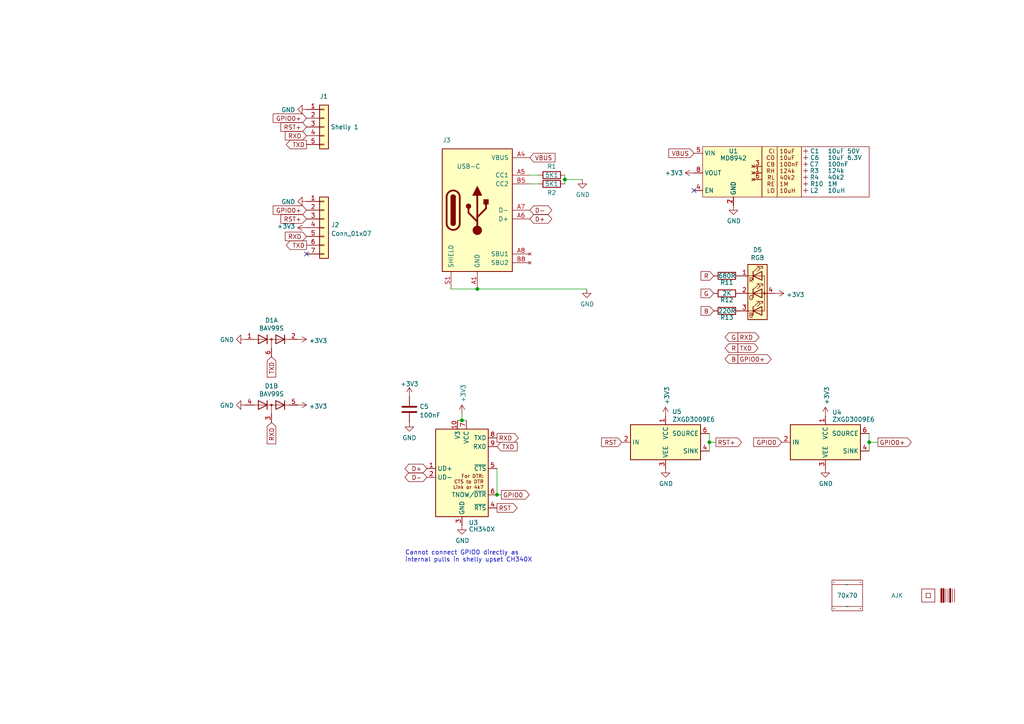
<source format=kicad_sch>
(kicad_sch (version 20230121) (generator eeschema)
  (paper "A4")
  (title_block (title "Tasmotizer") (date "${CURRENT_DATE}") (rev "4") (company "Adrian Kennard, Andrews & Arnold Ltd") (comment 1 "toot.me.uk/@RevK") (comment 2 "www.me.uk"))
  (lib_symbols
    (symbol "Connector_Generic:Conn_01x05" (pin_names (offset 1.016) hide)
      (property "Reference" "J" (at 0 7.62 0))
      (property "Value" "Conn_01x05" (at 0 -7.62 0))
      (symbol "Conn_01x05_1_1"
        (rectangle (start -1.27 -4.953) (end 0 -5.207) (stroke (width 0.1524)))
        (rectangle (start -1.27 -2.413) (end 0 -2.667) (stroke (width 0.1524)))
        (rectangle (start -1.27 0.127) (end 0 -0.127) (stroke (width 0.1524)))
        (rectangle (start -1.27 2.667) (end 0 2.413) (stroke (width 0.1524)))
        (rectangle (start -1.27 5.207) (end 0 4.953) (stroke (width 0.1524)))
        (rectangle (start -1.27 6.35) (end 1.27 -6.35) (stroke (width 0.254)) (fill (type background)))
        (pin passive line (at -5.08 5.08 0) (length 3.81) (name "Pin_1") (number "1"))
        (pin passive line (at -5.08 2.54 0) (length 3.81) (name "Pin_2") (number "2"))
        (pin passive line (at -5.08 0 0) (length 3.81) (name "Pin_3") (number "3"))
        (pin passive line (at -5.08 -2.54 0) (length 3.81) (name "Pin_4") (number "4"))
        (pin passive line (at -5.08 -5.08 0) (length 3.81) (name "Pin_5") (number "5"))
      )
    )
    (symbol "Connector_Generic:Conn_01x07" (pin_names (offset 1.016) hide)
      (property "Reference" "J" (at 0 10.16 0))
      (property "Value" "Conn_01x07" (at 0 -10.16 0))
      (symbol "Conn_01x07_1_1"
        (rectangle (start -1.27 -7.493) (end 0 -7.747) (stroke (width 0.1524)))
        (rectangle (start -1.27 -4.953) (end 0 -5.207) (stroke (width 0.1524)))
        (rectangle (start -1.27 -2.413) (end 0 -2.667) (stroke (width 0.1524)))
        (rectangle (start -1.27 0.127) (end 0 -0.127) (stroke (width 0.1524)))
        (rectangle (start -1.27 2.667) (end 0 2.413) (stroke (width 0.1524)))
        (rectangle (start -1.27 5.207) (end 0 4.953) (stroke (width 0.1524)))
        (rectangle (start -1.27 7.747) (end 0 7.493) (stroke (width 0.1524)))
        (rectangle (start -1.27 8.89) (end 1.27 -8.89) (stroke (width 0.254)) (fill (type background)))
        (pin passive line (at -5.08 7.62 0) (length 3.81) (name "Pin_1") (number "1"))
        (pin passive line (at -5.08 5.08 0) (length 3.81) (name "Pin_2") (number "2"))
        (pin passive line (at -5.08 2.54 0) (length 3.81) (name "Pin_3") (number "3"))
        (pin passive line (at -5.08 0 0) (length 3.81) (name "Pin_4") (number "4"))
        (pin passive line (at -5.08 -2.54 0) (length 3.81) (name "Pin_5") (number "5"))
        (pin passive line (at -5.08 -5.08 0) (length 3.81) (name "Pin_6") (number "6"))
        (pin passive line (at -5.08 -7.62 0) (length 3.81) (name "Pin_7") (number "7"))
      )
    )
    (symbol "Device:C" (pin_numbers hide) (pin_names (offset 0.254))
      (property "Reference" "C" (at 0.635 2.54 0))
      (property "Value" "C" (at 0.635 -2.54 0))
      (symbol "C_0_1"
        (polyline (pts (xy -2.032 -0.762) (xy 2.032 -0.762)) (stroke (width 0.508)))
        (polyline (pts (xy -2.032 0.762) (xy 2.032 0.762)) (stroke (width 0.508)))
      )
      (symbol "C_1_1"
        (pin passive line (at 0 3.81 270) (length 2.794) (name "~") (number "1"))
        (pin passive line (at 0 -3.81 90) (length 2.794) (name "~") (number "2"))
      )
    )
    (symbol "Device:LED_RGBA" (pin_names (offset 0) hide)
      (property "Reference" "D" (at 0 9.398 0))
      (property "Value" "LED_RGBA" (at 0 -8.89 0))
      (symbol "LED_RGBA_0_0"
        (text "B" (at -1.905 -6.35 0) (effects (font (size 1.27 1.27))))
        (text "G" (at -1.905 -1.27 0) (effects (font (size 1.27 1.27))))
        (text "R" (at -1.905 3.81 0) (effects (font (size 1.27 1.27))))
      )
      (symbol "LED_RGBA_0_1"
        (polyline (pts (xy -1.27 -5.08) (xy -2.54 -5.08)))
        (polyline (pts (xy -1.27 -5.08) (xy 1.27 -5.08)))
        (polyline (pts (xy -1.27 -3.81) (xy -1.27 -6.35)) (stroke (width 0.254)))
        (polyline (pts (xy -1.27 0) (xy -2.54 0)))
        (polyline (pts (xy -1.27 1.27) (xy -1.27 -1.27)) (stroke (width 0.254)))
        (polyline (pts (xy -1.27 5.08) (xy -2.54 5.08)))
        (polyline (pts (xy -1.27 5.08) (xy 1.27 5.08)))
        (polyline (pts (xy -1.27 6.35) (xy -1.27 3.81)) (stroke (width 0.254)))
        (polyline (pts (xy 1.27 0) (xy -1.27 0)))
        (polyline (pts (xy 1.27 0) (xy 2.54 0)))
        (polyline (pts (xy -1.27 1.27) (xy -1.27 -1.27) (xy -1.27 -1.27)))
        (polyline (pts (xy -1.27 6.35) (xy -1.27 3.81) (xy -1.27 3.81)))
        (polyline (pts (xy 1.27 -5.08) (xy 2.032 -5.08) (xy 2.032 5.08) (xy 1.27 5.08)))
        (polyline (pts (xy 1.27 -3.81) (xy 1.27 -6.35) (xy -1.27 -5.08) (xy 1.27 -3.81)) (stroke (width 0.254)))
        (polyline (pts (xy 1.27 1.27) (xy 1.27 -1.27) (xy -1.27 0) (xy 1.27 1.27)) (stroke (width 0.254)))
        (polyline (pts (xy 1.27 6.35) (xy 1.27 3.81) (xy -1.27 5.08) (xy 1.27 6.35)) (stroke (width 0.254)))
        (polyline (pts (xy -1.016 -3.81) (xy 0.508 -2.286) (xy -0.254 -2.286) (xy 0.508 -2.286) (xy 0.508 -3.048)))
        (polyline (pts (xy -1.016 1.27) (xy 0.508 2.794) (xy -0.254 2.794) (xy 0.508 2.794) (xy 0.508 2.032)))
        (polyline (pts (xy -1.016 6.35) (xy 0.508 7.874) (xy -0.254 7.874) (xy 0.508 7.874) (xy 0.508 7.112)))
        (polyline (pts (xy 0 -3.81) (xy 1.524 -2.286) (xy 0.762 -2.286) (xy 1.524 -2.286) (xy 1.524 -3.048)))
        (polyline (pts (xy 0 1.27) (xy 1.524 2.794) (xy 0.762 2.794) (xy 1.524 2.794) (xy 1.524 2.032)))
        (polyline (pts (xy 0 6.35) (xy 1.524 7.874) (xy 0.762 7.874) (xy 1.524 7.874) (xy 1.524 7.112)))
        (rectangle (start 1.27 -1.27) (end 1.27 1.27))
        (rectangle (start 1.27 1.27) (end 1.27 1.27))
        (rectangle (start 1.27 3.81) (end 1.27 6.35))
        (rectangle (start 1.27 6.35) (end 1.27 6.35))
        (circle (center 2.032 0) (radius 0.254) (fill (type outline)))
        (rectangle (start 2.794 8.382) (end -2.794 -7.62) (stroke (width 0.254)) (fill (type background)))
      )
      (symbol "LED_RGBA_1_1"
        (pin passive line (at -5.08 5.08 0) (length 2.54) (name "RK") (number "1"))
        (pin passive line (at -5.08 0 0) (length 2.54) (name "GK") (number "2"))
        (pin passive line (at -5.08 -5.08 0) (length 2.54) (name "BK") (number "3"))
        (pin passive line (at 5.08 0 180) (length 2.54) (name "A") (number "4"))
      )
    )
    (symbol "Device:R" (pin_numbers hide) (pin_names (offset 0))
      (property "Reference" "R" (at 2.032 0 90))
      (property "Value" "R" (at 0 0 90))
      (symbol "R_0_1"
        (rectangle (start -1.016 -2.54) (end 1.016 2.54) (stroke (width 0.254)))
      )
      (symbol "R_1_1"
        (pin passive line (at 0 3.81 270) (length 1.27) (name "~") (number "1"))
        (pin passive line (at 0 -3.81 90) (length 1.27) (name "~") (number "2"))
      )
    )
    (symbol "Diode:BAV99S" (pin_names (offset 0.0254) hide)
      (property "Reference" "D" (at 0 2.54 0))
      (property "Value" "BAV99S" (at 0 5.08 0))
      (symbol "BAV99S_0_1"
        (polyline (pts (xy -5.08 0) (xy 5.08 0)))
        (polyline (pts (xy 0 0) (xy 0 -2.54)))
        (polyline (pts (xy -1.27 -1.27) (xy -1.27 1.27) (xy -1.27 1.27)) (stroke (width 0.254)))
        (polyline (pts (xy 3.81 1.27) (xy 3.81 -1.27) (xy 3.81 -1.27)) (stroke (width 0.254)))
        (polyline (pts (xy -3.81 1.27) (xy -1.27 0) (xy -3.81 -1.27) (xy -3.81 1.27) (xy -3.81 1.27) (xy -3.81 1.27)) (stroke (width 0.254)))
        (polyline (pts (xy 1.27 1.27) (xy 3.81 0) (xy 1.27 -1.27) (xy 1.27 1.27) (xy 1.27 1.27) (xy 1.27 1.27)) (stroke (width 0.254)))
        (circle (center 0 0) (radius 0.254) (fill (type outline)))
      )
      (symbol "BAV99S_1_1"
        (polyline (pts (xy 6.35 0) (xy 7.62 0)))
        (pin passive line (at -7.62 0 0) (length 2.54) (name "A1") (number "1"))
        (pin passive line (at 7.62 0 180) (length 2.54) (name "K2") (number "2"))
        (pin passive line (at 0 -5.08 90) (length 2.54) (name "K3A4") (number "6"))
      )
      (symbol "BAV99S_2_1"
        (polyline (pts (xy 6.35 0) (xy 7.62 0)))
        (pin passive line (at 0 -5.08 90) (length 2.54) (name "K1A2") (number "3"))
        (pin passive line (at -7.62 0 0) (length 2.54) (name "A3") (number "4"))
        (pin passive line (at 7.62 0 180) (length 2.54) (name "K4") (number "5"))
      )
    )
    (symbol "Driver_FET:ZXGD3009E6"
      (property "Reference" "U" (at -8.89 6.35 0))
      (property "Value" "ZXGD3009E6" (at 10.16 -7.62 0))
      (symbol "ZXGD3009E6_0_1"
        (rectangle (start -10.16 5.08) (end 10.16 -5.08) (stroke (width 0.254)) (fill (type background)))
      )
      (symbol "ZXGD3009E6_1_1"
        (pin power_in line (at 0 7.62 270) (length 2.54) (name "VCC") (number "1"))
        (pin input line (at -12.7 0 0) (length 2.54) (name "IN") (number "2"))
        (pin power_in line (at 0 -7.62 90) (length 2.54) (name "VEE") (number "3"))
        (pin open_collector line (at 12.7 -2.54 180) (length 2.54) (name "SINK") (number "4"))
        (pin no_connect line (at 10.16 0 180) (length 2.54) hide (name "NC") (number "5"))
        (pin open_emitter line (at 12.7 2.54 180) (length 2.54) (name "SOURCE") (number "6"))
      )
    )
    (symbol "RevK:AJK" (pin_names (offset 1.016)) (in_bom no)
      (property "Value" "AJK" (at 0 0 0))
    )
    (symbol "RevK:Barcode" (pin_names (offset 1.016)) (in_bom no)
      (symbol "Barcode_0_1"
        (polyline (pts (xy -0.635 1.905) (xy -0.635 -1.905)))
        (polyline (pts (xy 0 1.905) (xy 0 -1.905)))
        (polyline (pts (xy 1.27 1.905) (xy 1.27 -1.905)))
        (polyline (pts (xy 1.905 1.905) (xy 1.905 -1.905)))
      )
      (symbol "Barcode_1_1"
        (polyline (pts (xy -1.905 1.905) (xy -1.905 -1.905)) (stroke (width 0.5)))
        (polyline (pts (xy -1.27 1.905) (xy -1.27 -1.905)) (stroke (width 0.5)))
        (polyline (pts (xy 0.635 1.905) (xy 0.635 -1.905)) (stroke (width 0.5)))
      )
    )
    (symbol "RevK:CH340X"
      (property "Reference" "U" (at -5.08 13.97 0))
      (property "Value" "CH340X" (at -3.81 5.08 0))
      (symbol "CH340X_0_1"
        (rectangle (start -7.62 12.7) (end 7.62 -12.7) (stroke (width 0.254)) (fill (type background)))
      )
      (symbol "CH340X_1_1"
        (text "For DTR:\nCTS to DTR\nLink or 4k7" (at 6.35 -2.54 0) (effects (font (size 1 1)) (justify right)))
        (pin bidirectional line (at -10.16 1.27 0) (length 2.54) (name "UD+") (number "1"))
        (pin passive line (at -1.27 15.24 270) (length 2.54) (name "V3") (number "10"))
        (pin bidirectional line (at -10.16 -1.27 0) (length 2.54) (name "UD-") (number "2"))
        (pin power_in line (at 0 -15.24 90) (length 2.54) (name "GND") (number "3"))
        (pin output line (at 10.16 -10.16 180) (length 2.54) (name "~{RTS}") (number "4"))
        (pin input line (at 10.16 1.27 180) (length 2.54) (name "~{CTS}") (number "5"))
        (pin output line (at 10.16 -6.35 180) (length 2.54) (name "TNOW/~{DTR}") (number "6"))
        (pin power_in line (at 1.27 15.24 270) (length 2.54) (name "VCC") (number "7"))
        (pin output line (at 10.16 10.16 180) (length 2.54) (name "TXD") (number "8"))
        (pin input line (at 10.16 7.62 180) (length 2.54) (name "RXD") (number "9"))
      )
    )
    (symbol "RevK:Hidden" (pin_names (offset 1.016))
      (property "Reference" "Z" (at 0.635 0 0))
      (property "Value" "Hidden" (at 4.445 0 0))
      (symbol "Hidden_0_1"
        (polyline (pts (xy -0.635 0) (xy 0.635 0)) (stroke (width 0.1524)))
        (polyline (pts (xy 0 0.635) (xy 0 -0.635)) (stroke (width 0.1524)))
      )
      (symbol "Hidden_1_1"
        (pin no_connect non_logic (at 0 -2.54 90) (length 2.54) hide (name "~") (number "~"))
      )
    )
    (symbol "RevK:MD89420-RegBlock"
      (property "Reference" "U" (at -0.635 4.445 0))
      (property "Value" "MD8942" (at 0 6.35 0))
      (symbol "MD89420-RegBlock_1_1"
        (rectangle (start -8.89 7.62) (end 8.255 -6.985) (fill (type background)))
        (rectangle (start 8.255 7.62) (end 12.7 -6.985) (fill (type background)))
        (rectangle (start 12.7 7.62) (end 19.685 -6.985) (fill (type background)))
        (rectangle (start 19.685 7.62) (end 39.37 -6.985))
        (text "10uF\n10uF\n100nF\n124k\n40k2\n1M\n10uH" (at 13.335 6.985 0) (effects (font (size 1.185 1.185)) (justify left top)))
        (text "CI\nCO\nCB\nRH\nRL\nRE\nLO" (at 12.065 6.985 0) (effects (font (size 1.185 1.185)) (justify right top)))
        (pin no_connect line (at 5.715 0 0) (length 2.54) (name "") (number "1"))
        (pin power_in line (at 0 -9.525 90) (length 2.54) (name "GND") (number "2"))
        (pin no_connect line (at 5.715 1.905 0) (length 2.54) (name "") (number "3"))
        (pin input line (at -11.43 -5.08 0) (length 2.54) (name "EN") (number "4"))
        (pin power_in line (at -11.43 5.715 0) (length 2.54) (name "VIN") (number "5"))
        (pin no_connect line (at 5.715 -1.905 0) (length 2.54) (name "") (number "6"))
        (pin power_in line (at 0 -9.525 90) (length 2.54) (name "GND") (number "7"))
        (pin power_out line (at -11.43 0 0) (length 2.54) (name "VOUT") (number "8"))
      )
    )
    (symbol "RevK:PCB" (in_bom no)
      (property "Value" "XxY" (at 0 0 0))
      (symbol "PCB_0_1"
        (rectangle (start -4.445 4.445) (end 4.445 -4.445))
        (circle (center -3.81 -3.81) (radius 0.0001))
        (circle (center -3.81 3.81) (radius 0.0001))
        (circle (center 3.81 -3.81) (radius 0.0001))
        (circle (center 3.81 3.81) (radius 0.0001))
      )
    )
    (symbol "RevK:QR" (pin_names (offset 1.016)) (in_bom no)
      (symbol "QR_0_1"
        (rectangle (start -1.905 -1.905) (end -1.905 1.905))
        (rectangle (start -1.905 1.905) (end 1.905 1.905))
        (rectangle (start -0.635 -0.635) (end -0.635 0.635))
        (rectangle (start -0.635 0.635) (end 0.635 0.635))
        (rectangle (start 0.635 -0.635) (end -0.635 -0.635))
        (rectangle (start 0.635 0.635) (end 0.635 -0.635))
        (rectangle (start 1.905 -1.905) (end -1.905 -1.905))
        (rectangle (start 1.905 1.905) (end 1.905 -1.905))
      )
    )
    (symbol "RevK:USB-C" (pin_names (offset 1.016))
      (property "Reference" "J" (at -10.16 19.05 0))
      (property "Value" "USB-C" (at -7.62 15.24 0))
      (symbol "USB-C_0_1"
        (rectangle (start -10.16 17.78) (end 10.16 -17.78) (stroke (width 0.254)) (fill (type background)))
        (arc (start -8.89 -3.81) (mid -6.985 -5.7067) (end -5.08 -3.81) (stroke (width 0.508)))
        (arc (start -7.62 -3.81) (mid -6.985 -4.4423) (end -6.35 -3.81) (stroke (width 0.254)))
        (arc (start -7.62 -3.81) (mid -6.985 -4.4423) (end -6.35 -3.81) (stroke (width 0.254)) (fill (type outline)))
        (rectangle (start -7.62 -3.81) (end -6.35 3.81) (stroke (width 0.254)) (fill (type outline)))
        (arc (start -6.35 3.81) (mid -6.985 4.4423) (end -7.62 3.81) (stroke (width 0.254)))
        (arc (start -6.35 3.81) (mid -6.985 4.4423) (end -7.62 3.81) (stroke (width 0.254)) (fill (type outline)))
        (arc (start -5.08 3.81) (mid -6.985 5.7067) (end -8.89 3.81) (stroke (width 0.508)))
        (circle (center -2.54 1.143) (radius 0.635) (stroke (width 0.254)) (fill (type outline)))
        (circle (center 0 -5.842) (radius 1.27) (fill (type outline)))
        (polyline (pts (xy -8.89 -3.81) (xy -8.89 3.81)) (stroke (width 0.508)))
        (polyline (pts (xy -5.08 3.81) (xy -5.08 -3.81)) (stroke (width 0.508)))
        (polyline (pts (xy 0 -5.842) (xy 0 4.318)) (stroke (width 0.508)))
        (polyline (pts (xy 0 -3.302) (xy -2.54 -0.762) (xy -2.54 0.508)) (stroke (width 0.508)))
        (polyline (pts (xy 0 -2.032) (xy 2.54 0.508) (xy 2.54 1.778)) (stroke (width 0.508)))
        (polyline (pts (xy -1.27 4.318) (xy 0 6.858) (xy 1.27 4.318) (xy -1.27 4.318)) (stroke (width 0.254)) (fill (type outline)))
        (rectangle (start 1.905 1.778) (end 3.175 3.048) (stroke (width 0.254)) (fill (type outline)))
      )
      (symbol "USB-C_1_1"
        (pin power_out line (at 0 -22.86 90) (length 5.08) (name "GND") (number "A1"))
        (pin passive line (at 0 -22.86 90) (length 5.08) hide (name "GND") (number "A12"))
        (pin power_out line (at 15.24 15.24 180) (length 5.08) (name "VBUS") (number "A4"))
        (pin bidirectional line (at 15.24 10.16 180) (length 5.08) (name "CC1") (number "A5"))
        (pin bidirectional line (at 15.24 -2.54 180) (length 5.08) (name "D+") (number "A6"))
        (pin bidirectional line (at 15.24 0 180) (length 5.08) (name "D-") (number "A7"))
        (pin no_connect line (at 15.24 -12.7 180) (length 5.08) (name "SBU1") (number "A8"))
        (pin passive line (at 15.24 15.24 180) (length 5.08) hide (name "VBUS") (number "A9"))
        (pin passive line (at 0 -22.86 90) (length 5.08) hide (name "GND") (number "B1"))
        (pin passive line (at 0 -22.86 90) (length 5.08) hide (name "GND") (number "B12"))
        (pin passive line (at 15.24 15.24 180) (length 5.08) hide (name "VBUS") (number "B4"))
        (pin bidirectional line (at 15.24 7.62 180) (length 5.08) (name "CC2") (number "B5"))
        (pin bidirectional line (at 15.24 -2.54 180) (length 5.08) hide (name "D+") (number "B6"))
        (pin bidirectional line (at 15.24 0 180) (length 5.08) hide (name "D-") (number "B7"))
        (pin no_connect line (at 15.24 -15.24 180) (length 5.08) (name "SBU2") (number "B8"))
        (pin passive line (at 15.24 15.24 180) (length 5.08) hide (name "VBUS") (number "B9"))
        (pin passive line (at -7.62 -22.86 90) (length 5.08) (name "SHIELD") (number "S1"))
      )
    )
    (symbol "RevK:VCUT"
      (symbol "VCUT_0_1"
        (polyline (pts (xy -4.445 0) (xy 4.445 0)))
      )
    )
    (symbol "power:+3.3V" (power) (pin_names (offset 0))
      (property "Value" "+3.3V" (at 0 3.556 0))
      (symbol "+3.3V_0_1"
        (polyline (pts (xy -0.762 1.27) (xy 0 2.54)))
        (polyline (pts (xy 0 0) (xy 0 2.54)))
        (polyline (pts (xy 0 2.54) (xy 0.762 1.27)))
      )
      (symbol "+3.3V_1_1"
        (pin power_in line (at 0 0 90) (length 0) hide (name "+3V3") (number "1"))
      )
    )
    (symbol "power:GND" (power) (pin_names (offset 0))
      (property "Value" "GND" (at 0 -3.81 0))
      (symbol "GND_0_1"
        (polyline (pts (xy 0 0) (xy 0 -1.27) (xy 1.27 -1.27) (xy 0 -2.54) (xy -1.27 -1.27) (xy 0 -1.27)))
      )
      (symbol "GND_1_1"
        (pin power_in line (at 0 0 270) (length 0) hide (name "GND") (number "1"))
      )
    )
  )
  (junction (at 133.985 121.92))
  (junction (at 144.145 143.51))
  (junction (at 163.83 52.07))
  (junction (at 205.74 128.27))
  (junction (at 252.095 128.27))
  (junction (at 138.43 83.82))
  (no_connect (at 88.9 73.66))
  (no_connect (at 201.295 55.245))
  (wire (pts (xy 130.81 83.82) (xy 138.43 83.82)))
  (wire (pts (xy 163.83 52.07) (xy 163.83 53.34)))
  (wire (pts (xy 133.985 121.92) (xy 135.255 121.92)))
  (wire (pts (xy 252.095 125.73) (xy 252.095 128.27)))
  (wire (pts (xy 163.83 50.8) (xy 163.83 52.07)))
  (wire (pts (xy 254.635 128.27) (xy 252.095 128.27)))
  (wire (pts (xy 153.67 53.34) (xy 156.21 53.34)))
  (wire (pts (xy 205.74 128.27) (xy 207.645 128.27)))
  (wire (pts (xy 252.095 128.27) (xy 252.095 130.81)))
  (wire (pts (xy 133.985 120.015) (xy 133.985 121.92)))
  (wire (pts (xy 132.715 121.92) (xy 133.985 121.92)))
  (wire (pts (xy 205.74 125.73) (xy 205.74 128.27)))
  (wire (pts (xy 168.91 52.07) (xy 163.83 52.07)))
  (wire (pts (xy 153.67 50.8) (xy 156.21 50.8)))
  (wire (pts (xy 144.145 135.89) (xy 144.145 143.51)))
  (wire (pts (xy 138.43 83.82) (xy 170.18 83.82)))
  (wire (pts (xy 144.145 143.51) (xy 145.415 143.51)))
  (wire (pts (xy 205.74 128.27) (xy 205.74 130.81)))
  (text "Cannot connect GPIO0 directly as\ninternal pulls in shelly upset CH340X" (at 117.475 163.195 0) (effects (font (size 1.27 1.27)) (justify left bottom)))
  (global_label "RST+" (shape input) (at 88.9 63.5 180) (property "Intersheetrefs" "${INTERSHEET_REFS}" (effects hide)))
  (global_label "TXD" (shape output) (at 88.9 71.12 180) (property "Intersheetrefs" "${INTERSHEET_REFS}" (effects hide)))
  (global_label "TXD" (shape input) (at 144.145 129.54 0) (property "Intersheetrefs" "${INTERSHEET_REFS}" (effects hide)))
  (global_label "R" (shape output) (at 213.995 100.965 180) (property "Intersheetrefs" "${INTERSHEET_REFS}" (effects hide)))
  (global_label "RXD" (shape output) (at 144.145 127 0) (property "Intersheetrefs" "${INTERSHEET_REFS}" (effects hide)))
  (global_label "D-" (shape bidirectional) (at 123.825 138.43 180) (property "Intersheetrefs" "${INTERSHEET_REFS}" (effects hide)))
  (global_label "GPIO0" (shape output) (at 145.415 143.51 0) (property "Intersheetrefs" "${INTERSHEET_REFS}" (effects hide)))
  (global_label "GPIO0+" (shape output) (at 254.635 128.27 0) (property "Intersheetrefs" "${INTERSHEET_REFS}" (effects hide)))
  (global_label "RST" (shape output) (at 144.145 147.32 0) (property "Intersheetrefs" "${INTERSHEET_REFS}" (effects hide)))
  (global_label "D-" (shape bidirectional) (at 153.67 60.96 0) (property "Intersheetrefs" "${INTERSHEET_REFS}" (effects hide)))
  (global_label "RST+" (shape input) (at 88.9 36.83 180) (property "Intersheetrefs" "${INTERSHEET_REFS}" (effects hide)))
  (global_label "GPIO0" (shape input) (at 226.695 128.27 180) (property "Intersheetrefs" "${INTERSHEET_REFS}" (effects hide)))
  (global_label "VBUS" (shape input) (at 201.295 44.45 180) (property "Intersheetrefs" "${INTERSHEET_REFS}" (effects hide)))
  (global_label "TXD" (shape input) (at 78.74 103.505 270) (property "Intersheetrefs" "${INTERSHEET_REFS}" (effects hide)))
  (global_label "RXD" (shape input) (at 88.9 68.58 180) (property "Intersheetrefs" "${INTERSHEET_REFS}" (effects hide)))
  (global_label "TXD" (shape output) (at 88.9 41.91 180) (property "Intersheetrefs" "${INTERSHEET_REFS}" (effects hide)))
  (global_label "R" (shape input) (at 207.01 80.01 180) (property "Intersheetrefs" "${INTERSHEET_REFS}" (effects hide)))
  (global_label "GPIO0+" (shape input) (at 88.9 34.29 180) (property "Intersheetrefs" "${INTERSHEET_REFS}" (effects hide)))
  (global_label "VBUS" (shape input) (at 153.67 45.72 0) (property "Intersheetrefs" "${INTERSHEET_REFS}" (effects hide)))
  (global_label "RST" (shape input) (at 180.34 128.27 180) (property "Intersheetrefs" "${INTERSHEET_REFS}" (effects hide)))
  (global_label "RXD" (shape output) (at 213.995 97.79 0) (property "Intersheetrefs" "${INTERSHEET_REFS}" (effects hide)))
  (global_label "GPIO0+" (shape input) (at 88.9 60.96 180) (property "Intersheetrefs" "${INTERSHEET_REFS}" (effects hide)))
  (global_label "D+" (shape bidirectional) (at 123.825 135.89 180) (property "Intersheetrefs" "${INTERSHEET_REFS}" (effects hide)))
  (global_label "G" (shape input) (at 207.01 85.09 180) (property "Intersheetrefs" "${INTERSHEET_REFS}" (effects hide)))
  (global_label "RXD" (shape input) (at 88.9 39.37 180) (property "Intersheetrefs" "${INTERSHEET_REFS}" (effects hide)))
  (global_label "TXD" (shape output) (at 213.995 100.965 0) (property "Intersheetrefs" "${INTERSHEET_REFS}" (effects hide)))
  (global_label "GPIO0+" (shape output) (at 213.995 104.14 0) (property "Intersheetrefs" "${INTERSHEET_REFS}" (effects hide)))
  (global_label "G" (shape output) (at 213.995 97.79 180) (property "Intersheetrefs" "${INTERSHEET_REFS}" (effects hide)))
  (global_label "RXD" (shape input) (at 78.74 122.555 270) (property "Intersheetrefs" "${INTERSHEET_REFS}" (effects hide)))
  (global_label "RST+" (shape output) (at 207.645 128.27 0) (property "Intersheetrefs" "${INTERSHEET_REFS}" (effects hide)))
  (global_label "B" (shape output) (at 213.995 104.14 180) (property "Intersheetrefs" "${INTERSHEET_REFS}" (effects hide)))
  (global_label "D+" (shape bidirectional) (at 153.67 63.5 0) (property "Intersheetrefs" "${INTERSHEET_REFS}" (effects hide)))
  (global_label "B" (shape input) (at 207.01 90.17 180) (property "Intersheetrefs" "${INTERSHEET_REFS}" (effects hide)))
  (symbol (lib_id "RevK:USB-C") (at 138.43 60.96 0) (unit 1)
    (property "Reference" "J3" (at 129.54 40.64 0))
    (property "Value" "USB-C" (at 135.89 48.26 0))
    (property "Footprint" "RevK:USC16-TR" (effects hide))
    (property "Manufacturer" "Valcon" (effects hide))
    (property "Part No" "CSP-USC16-TR" (effects hide))
    (property "LCSC Part #" "C709357" (effects hide))
    (property "JLCPCB Rotation Offset" "0" (effects hide))
  )
  (symbol (lib_id "Device:R") (at 160.02 50.8 90) (unit 1)
    (property "Reference" "R1" (at 160.02 48.26 90))
    (property "Value" "5K1" (at 160.02 50.8 90))
    (property "Footprint" "RevK:R_0402" (effects hide))
  )
  (symbol (lib_id "power:GND") (at 168.91 52.07 0) (unit 1)
    (property "Reference" "#PWR019" (effects hide))
    (property "Value" "GND" (at 169.037 56.4642 0))
  )
  (symbol (lib_id "power:GND") (at 170.18 83.82 0) (unit 1)
    (property "Reference" "#PWR020" (effects hide))
    (property "Value" "GND" (at 170.307 88.2142 0))
  )
  (symbol (lib_id "Device:R") (at 160.02 53.34 270) (unit 1)
    (property "Reference" "R2" (at 160.02 55.88 90))
    (property "Value" "5K1" (at 160.02 53.34 90))
    (property "Footprint" "RevK:R_0402" (effects hide))
  )
  (symbol (lib_id "Connector_Generic:Conn_01x05") (at 93.98 36.83 0) (unit 1)
    (property "Reference" "J1" (at 92.71 27.94 0) (effects (justify left)))
    (property "Value" "Shelly 1" (at 95.885 36.83 0) (effects (justify left)))
    (property "Footprint" "RevK:PinHeader_1x05_P2.54mm_Right" (effects hide))
    (property "LCSC Part #" "C225491" (effects hide))
  )
  (symbol (lib_id "power:GND") (at 88.9 58.42 270) (unit 1)
    (property "Reference" "#PWR04" (effects hide))
    (property "Value" "GND" (at 85.6488 58.547 90) (effects (justify right)))
  )
  (symbol (lib_id "power:GND") (at 88.9 31.75 270) (unit 1)
    (property "Reference" "#PWR03" (effects hide))
    (property "Value" "GND" (at 85.6488 31.877 90) (effects (justify right)))
  )
  (symbol (lib_id "power:+3.3V") (at 88.9 66.04 90) (unit 1)
    (property "Reference" "#PWR05" (effects hide))
    (property "Value" "+3.3V" (at 85.6488 65.659 90) (effects (justify left)))
  )
  (symbol (lib_id "RevK:AJK") (at 257.81 172.72 0) (unit 1) (in_bom no)
    (property "Reference" "Art1" (effects hide))
    (property "Value" "AJK" (at 258.445 172.72 0) (effects (justify left)))
    (property "Footprint" "RevK:AJK" (effects hide))
    (property "Note" "Non part, PCB printed" (effects hide))
  )
  (symbol (lib_id "Diode:BAV99S") (at 78.74 98.425 0) (unit 1)
    (property "Reference" "D1" (at 78.74 92.9132 0))
    (property "Value" "BAV99S" (at 78.74 95.2246 0))
    (property "Footprint" "RevK:SOT-363_SC-70-6" (effects hide))
    (property "Datasheet" "https://assets.nexperia.com/documents/data-sheet/BAV99_SER.pdf" (effects hide))
    (property "LCSC Part #" "C68987" (effects hide))
    (property "JLCPCB Rotation Offset" "-90" (effects hide))
  )
  (symbol (lib_id "Diode:BAV99S") (at 78.74 117.475 0) (unit 2)
    (property "Reference" "D1" (at 78.74 111.9632 0))
    (property "Value" "BAV99S" (at 78.74 114.2746 0))
    (property "Footprint" "RevK:SOT-363_SC-70-6" (effects hide))
    (property "Datasheet" "https://assets.nexperia.com/documents/data-sheet/BAV99_SER.pdf" (effects hide))
    (property "LCSC Part #" "C68987" (effects hide))
    (property "JLCPCB Rotation Offset" "-90" (effects hide))
  )
  (symbol (lib_id "power:+3.3V") (at 86.36 98.425 270) (unit 1)
    (property "Reference" "#PWR010" (effects hide))
    (property "Value" "+3.3V" (at 89.6112 98.806 90) (effects (justify left)))
  )
  (symbol (lib_id "power:+3.3V") (at 86.36 117.475 270) (unit 1)
    (property "Reference" "#PWR011" (effects hide))
    (property "Value" "+3.3V" (at 89.6112 117.856 90) (effects (justify left)))
  )
  (symbol (lib_id "power:GND") (at 71.12 117.475 270) (unit 1)
    (property "Reference" "#PWR07" (effects hide))
    (property "Value" "GND" (at 67.8688 117.602 90) (effects (justify right)))
  )
  (symbol (lib_id "power:GND") (at 71.12 98.425 270) (unit 1)
    (property "Reference" "#PWR06" (effects hide))
    (property "Value" "GND" (at 67.8688 98.552 90) (effects (justify right)))
  )
  (symbol (lib_id "RevK:QR") (at 269.24 172.72 0) (unit 1) (in_bom no)
    (property "Reference" "Art2" (effects hide))
    (property "Value" "QR" (effects hide))
    (property "Footprint" "RevK:QR-TAS" (effects hide))
    (property "Note" "Non part, PCB printed" (effects hide))
  )
  (symbol (lib_id "power:GND") (at 133.985 152.4 0) (unit 1)
    (property "Reference" "#PWR027" (effects hide))
    (property "Value" "GND" (at 134.112 156.7942 0))
  )
  (symbol (lib_id "power:+3.3V") (at 224.79 85.09 270) (unit 1)
    (property "Reference" "#PWR029" (effects hide))
    (property "Value" "+3.3V" (at 228.0412 85.471 90) (effects (justify left)))
  )
  (symbol (lib_id "RevK:PCB") (at 245.745 172.72 0) (unit 1) (in_bom no)
    (property "Reference" "PCB1" (effects hide))
    (property "Value" "70x70" (at 245.745 172.72 0))
    (property "Footprint" "RevK:PCB7070" (effects hide))
  )
  (symbol (lib_id "RevK:Hidden") (at 233.68 49.53 0) (unit 1)
    (property "Reference" "R3" (at 236.22 49.53 0))
    (property "Value" "124k" (at 240.03 49.53 0) (effects (justify left)))
    (property "Footprint" "RevK:R_0402_" (effects hide))
  )
  (symbol (lib_id "RevK:Hidden") (at 233.68 53.34 0) (unit 1)
    (property "Reference" "R10" (at 234.95 53.34 0) (effects (justify left)))
    (property "Value" "1M" (at 240.03 53.34 0) (effects (justify left)))
    (property "Footprint" "RevK:R_0402_" (effects hide))
  )
  (symbol (lib_id "RevK:Hidden") (at 233.68 55.245 90) (unit 1)
    (property "Reference" "L2" (at 234.95 55.245 90) (effects (justify right)))
    (property "Value" "10uH" (at 240.03 55.245 90) (effects (justify right)))
    (property "Footprint" "RevK:L_4x4_" (effects hide))
  )
  (symbol (lib_id "power:+3.3V") (at 193.04 120.65 0) (unit 1)
    (property "Reference" "#PWR01" (effects hide))
    (property "Value" "+3.3V" (at 193.421 117.3988 90) (effects (justify left)))
  )
  (symbol (lib_id "power:+3.3V") (at 239.395 120.65 0) (unit 1)
    (property "Reference" "#PWR08" (effects hide))
    (property "Value" "+3.3V" (at 239.776 117.3988 90) (effects (justify left)))
  )
  (symbol (lib_id "RevK:Hidden") (at 233.68 45.72 0) (unit 1)
    (property "Reference" "C6" (at 234.95 45.72 0) (effects (justify left)))
    (property "Value" "10uF 6.3V" (at 240.03 45.72 0) (effects (justify left)))
    (property "Footprint" "RevK:C_0603_" (effects hide))
    (property "LCSC Part #" "C1691" (effects hide))
  )
  (symbol (lib_id "Connector_Generic:Conn_01x07") (at 93.98 66.04 0) (unit 1)
    (property "Reference" "J2" (at 96.012 65.2053 0) (effects (justify left)))
    (property "Value" "Conn_01x07" (at 96.012 67.7422 0) (effects (justify left)))
    (property "Footprint" "RevK:PinHeader_1x07_P1.27mm_Vertical" (effects hide))
    (property "LCSC Part #" "C2832274" (effects hide))
    (property "JLCPCB Rotation Offset" "90" (effects hide))
  )
  (symbol (lib_id "Driver_FET:ZXGD3009E6") (at 239.395 128.27 0) (unit 1)
    (property "Reference" "U4" (at 241.3509 119.61 0) (effects (justify left)))
    (property "Value" "ZXGD3009E6" (at 241.3509 121.658 0) (effects (justify left)))
    (property "Footprint" "RevK:SOT-23-6" (effects hide))
    (property "Datasheet" "https://www.diodes.com/assets/Datasheets/ZXGD3009E6.pdf" (effects hide))
    (property "JLCPCB Rotation Offset" "180" (effects hide))
  )
  (symbol (lib_id "power:GND") (at 239.395 135.89 0) (unit 1)
    (property "Reference" "#PWR012" (effects hide))
    (property "Value" "GND" (at 239.522 140.2842 0))
  )
  (symbol (lib_id "power:GND") (at 118.745 122.555 0) (unit 1)
    (property "Reference" "#PWR026" (effects hide))
    (property "Value" "GND" (at 118.745 126.9984 0))
  )
  (symbol (lib_id "power:GND") (at 193.04 135.89 0) (unit 1)
    (property "Reference" "#PWR02" (effects hide))
    (property "Value" "GND" (at 193.167 140.2842 0))
  )
  (symbol (lib_id "Device:R") (at 210.82 85.09 270) (unit 1)
    (property "Reference" "R12" (at 210.82 86.995 90))
    (property "Value" "2K" (at 210.82 85.09 90))
    (property "Footprint" "RevK:R_0402" (effects hide))
  )
  (symbol (lib_id "RevK:MD89420-RegBlock") (at 212.725 50.165 0) (unit 1)
    (property "Reference" "U1" (at 212.725 43.815 0))
    (property "Value" "MD8942" (at 212.725 45.863 0))
    (property "Footprint" "RevK:SOT-23-6-MD8942" (effects hide))
    (property "Datasheet" "https://datasheet.lcsc.com/lcsc/2101111937_Shanghai-Mingda-Microelectronics-MD8942_C2684786.pdf" (effects hide))
    (property "LCSC Part #" "C2684786" (effects hide))
  )
  (symbol (lib_id "power:+3.3V") (at 133.985 120.015 0) (unit 1)
    (property "Reference" "#PWR017" (effects hide))
    (property "Value" "+3.3V" (at 134.366 116.7638 90) (effects (justify left)))
  )
  (symbol (lib_id "Device:R") (at 210.82 90.17 270) (unit 1)
    (property "Reference" "R13" (at 210.82 92.075 90))
    (property "Value" "220R" (at 210.82 90.17 90))
    (property "Footprint" "RevK:R_0402" (effects hide))
  )
  (symbol (lib_id "RevK:VCUT") (at 245.745 175.895 0) (unit 1) (in_bom no)
    (property "Reference" "V1" (effects hide))
    (property "Value" "~" (at 245.745 175.895 0))
    (property "Footprint" "RevK:VCUT70" (effects hide))
    (property "Sim.Enable" "0" (effects hide))
  )
  (symbol (lib_id "RevK:VCUT") (at 245.745 169.545 0) (unit 1) (in_bom no)
    (property "Reference" "V2" (effects hide))
    (property "Value" "~" (at 245.745 169.545 0))
    (property "Footprint" "RevK:VCUT70" (effects hide))
    (property "Sim.Enable" "0" (effects hide))
  )
  (symbol (lib_id "Driver_FET:ZXGD3009E6") (at 193.04 128.27 0) (unit 1)
    (property "Reference" "U5" (at 194.945 119.38 0) (effects (justify left)))
    (property "Value" "ZXGD3009E6" (at 194.9959 121.658 0) (effects (justify left)))
    (property "Footprint" "RevK:SOT-23-6" (effects hide))
    (property "Datasheet" "https://www.diodes.com/assets/Datasheets/ZXGD3009E6.pdf" (effects hide))
    (property "JLCPCB Rotation Offset" "180" (effects hide))
  )
  (symbol (lib_id "RevK:CH340X") (at 133.985 137.16 0) (unit 1)
    (property "Reference" "U3" (at 135.9409 151.5825 0) (effects (justify left)))
    (property "Value" "CH340X" (at 135.9409 153.5035 0) (effects (justify left)))
    (property "Footprint" "RevK:CH340X" (effects hide))
    (property "Datasheet" "https://www.mpja.com/download/35227cpdata.pdf" (effects hide))
    (property "LCSC Part #" "C3035748" (effects hide))
    (property "JLCPCB Rotation Offset" "-90" (effects hide))
  )
  (symbol (lib_id "RevK:Hidden") (at 233.68 43.815 0) (unit 1)
    (property "Reference" "C1" (at 234.95 43.815 0) (effects (justify left)))
    (property "Value" "10uF 50V" (at 240.03 43.815 0) (effects (justify left)))
    (property "Footprint" "RevK:C_0603_" (effects hide))
    (property "LCSC Part #" "C1591" (effects hide))
  )
  (symbol (lib_id "RevK:Hidden") (at 233.68 47.625 90) (unit 1)
    (property "Reference" "C7" (at 237.49 47.625 90) (effects (justify left)))
    (property "Value" "100nF" (at 240.03 47.625 90) (effects (justify right)))
    (property "Footprint" "RevK:C_0603_" (effects hide))
  )
  (symbol (lib_id "Device:LED_RGBA") (at 219.71 85.09 0) (unit 1)
    (property "Reference" "D5" (at 219.71 72.4662 0))
    (property "Value" "RGB" (at 219.71 74.7776 0))
    (property "Footprint" "RevK:LED-RGB-1.6x1.6" (effects hide))
    (property "Manufacturer" "Kingbright" (effects hide))
    (property "Part No" "APTF1616LSEEZGKQBKC" (effects hide))
    (property "LCSC Part #" "C264508" (effects hide))
  )
  (symbol (lib_id "Device:R") (at 210.82 80.01 270) (unit 1)
    (property "Reference" "R11" (at 210.82 81.915 90))
    (property "Value" "680R" (at 210.82 80.01 90))
    (property "Footprint" "RevK:R_0402" (effects hide))
  )
  (symbol (lib_id "RevK:Barcode") (at 274.955 172.72 0) (unit 1) (in_bom no)
    (property "Reference" "U2" (effects hide))
    (property "Value" "Barcode" (effects hide))
    (property "Footprint" "RevK:EAN-5060634238014" (effects hide))
    (property "Note" "Non part, PCB printed" (effects hide))
  )
  (symbol (lib_id "power:+3.3V") (at 118.745 114.935 0) (unit 1)
    (property "Reference" "#PWR025" (effects hide))
    (property "Value" "+3.3V" (at 118.745 111.3592 0))
  )
  (symbol (lib_id "Device:C") (at 118.745 118.745 0) (unit 1)
    (property "Reference" "C5" (at 121.666 117.9103 0) (effects (justify left)))
    (property "Value" "100nF" (at 121.666 120.4472 0) (effects (justify left)))
    (property "Footprint" "RevK:C_0402" (effects hide))
  )
  (symbol (lib_id "power:GND") (at 212.725 59.69 0) (unit 1)
    (property "Reference" "#PWR028" (effects hide))
    (property "Value" "GND" (at 212.852 64.0842 0))
  )
  (symbol (lib_id "power:+3.3V") (at 201.295 50.165 90) (unit 1)
    (property "Reference" "#PWR018" (effects hide))
    (property "Value" "+3.3V" (at 198.12 50.165 90) (effects (justify left)))
  )
  (symbol (lib_id "RevK:Hidden") (at 233.68 51.435 270) (unit 1)
    (property "Reference" "R4" (at 236.22 51.435 90))
    (property "Value" "40k2" (at 240.03 51.435 90) (effects (justify left)))
    (property "Footprint" "RevK:R_0402_" (effects hide))
  )
)
</source>
